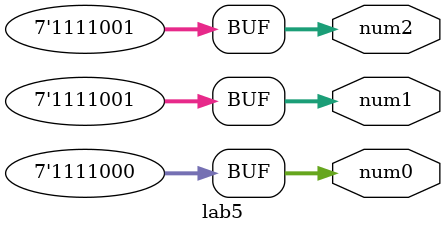
<source format=v>
module lab5(num2, num1, num0);
	output [6:0] num2, num1, num0;
	
	assign num2 = 7'b1111001; //1
	assign num1 = 7'b1111001; //1
	assign num0 = 7'b1111000; //7
	
endmodule

</source>
